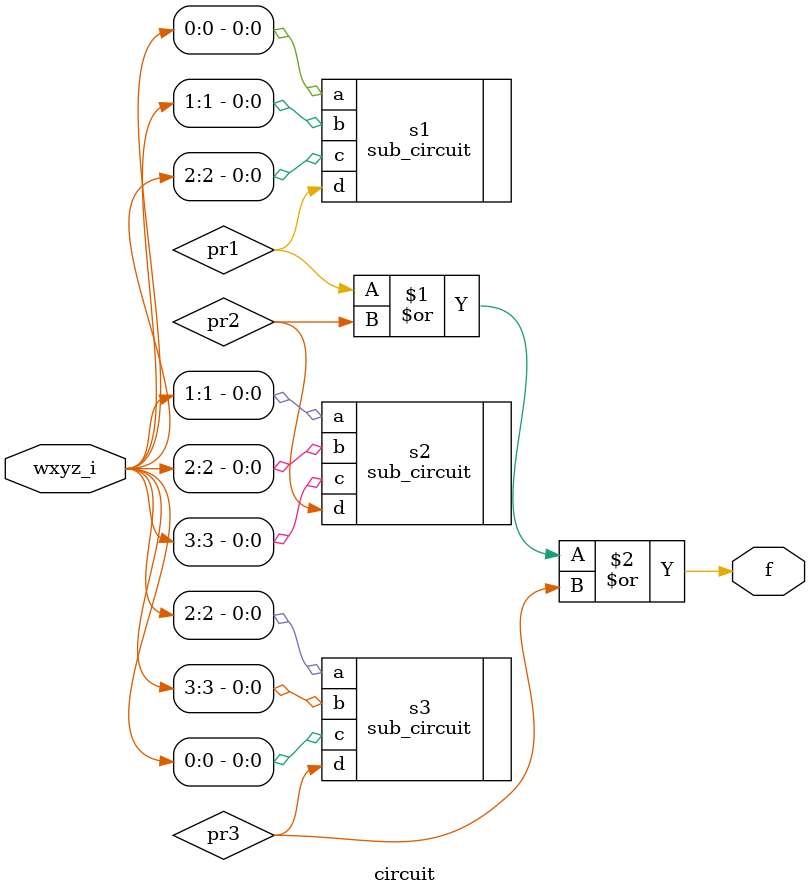
<source format=v>
module circuit (
    input [3:0] wxyz_i,
    output f
);

    wire pr1;
    wire pr2;
    wire pr3;

    // instantiate sub_circuit
    // Syntax: <module name> <instance name> (
    //                .<port in module> (signal declared in parent module),
    //                .<port in module> (signal declared in parent module),
    //                .... );

    // For the below instantiation, s1 is a module instance of sub_circuit with port connections
    // See the attached PNG for the diagram of this circuit
    sub_circuit s1 (
        .a(wxyz_i[0]),
        .b(wxyz_i[1]),
        .c(wxyz_i[2]),
        .d(pr1)
    );

    sub_circuit s2 (
        .a(wxyz_i[1]),
        .b(wxyz_i[2]),
        .c(wxyz_i[3]),
        .d(pr2)
    );

    sub_circuit s3 (
        .a(wxyz_i[2]),
        .b(wxyz_i[3]),
        .c(wxyz_i[0]),
        .d(pr3)
    );

    or G1(f, pr1, pr2, pr3);

    

endmodule: circuit

</source>
